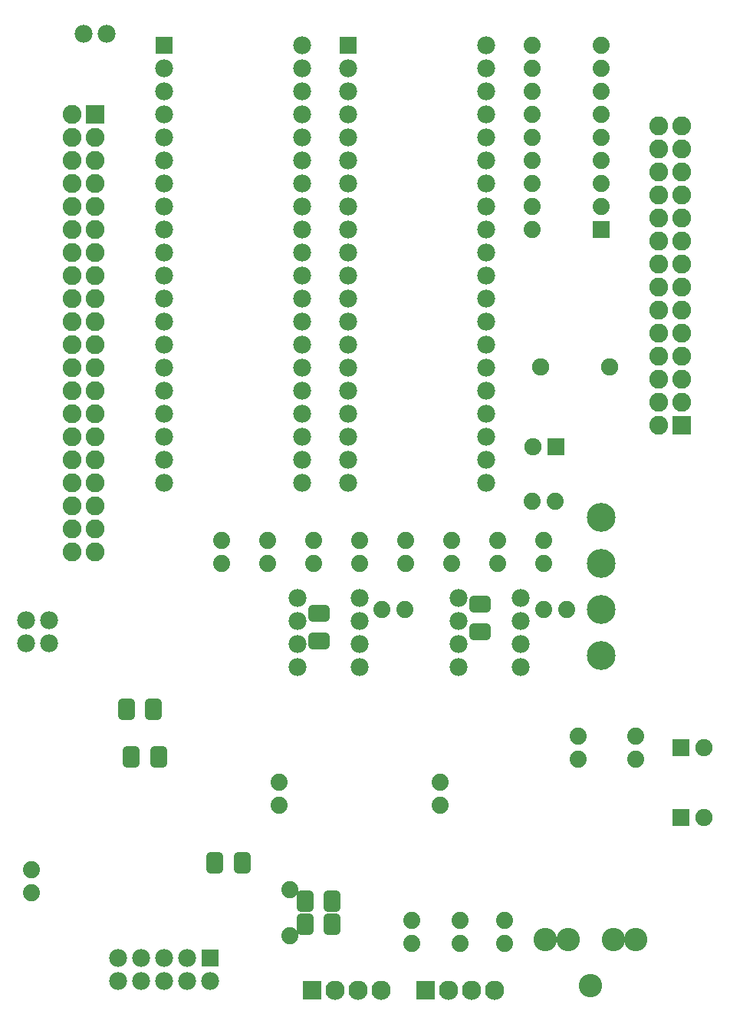
<source format=gbs>
G04*
G04  File:            TURBOFMPRO_B.GBS, Thu Nov 11 21:08:36 2021*
G04  Source:          P-CAD 2006 PCB, Version 19.02.958, (Z:\home\lvd\d\turbofmpro\pcad\TurboFMpro_b.pcb)*
G04  Format:          Gerber Format (RS-274-D), ASCII*
G04*
G04  Format Options:  Absolute Positioning*
G04                   Leading-Zero Suppression*
G04                   Scale Factor 1:1*
G04                   NO Circular Interpolation*
G04                   Millimeter Units*
G04                   Numeric Format: 4.4 (XXXX.XXXX)*
G04                   G54 NOT Used for Aperture Change*
G04                   Apertures Embedded*
G04*
G04  File Options:    Offset = (0.000mm,0.000mm)*
G04                   Drill Symbol Size = 2.032mm*
G04                   No Pad/Via Holes*
G04*
G04  File Contents:   Pads*
G04                   No Vias*
G04                   No Designators*
G04                   No Types*
G04                   No Values*
G04                   No Drill Symbols*
G04                   Bot Mask*
G04*
%INTURBOFMPRO_B.GBS*%
%ICAS*%
%MOMM*%
G04*
G04  Aperture MACROs for general use --- invoked via D-code assignment *
G04*
G04  General MACRO for flashed round with rotation and/or offset hole *
%AMROTOFFROUND*
1,1,$1,0.0000,0.0000*
1,0,$2,$3,$4*%
G04*
G04  General MACRO for flashed oval (obround) with rotation and/or offset hole *
%AMROTOFFOVAL*
21,1,$1,$2,0.0000,0.0000,$3*
1,1,$4,$5,$6*
1,1,$4,0-$5,0-$6*
1,0,$7,$8,$9*%
G04*
G04  General MACRO for flashed oval (obround) with rotation and no hole *
%AMROTOVALNOHOLE*
21,1,$1,$2,0.0000,0.0000,$3*
1,1,$4,$5,$6*
1,1,$4,0-$5,0-$6*%
G04*
G04  General MACRO for flashed rectangle with rotation and/or offset hole *
%AMROTOFFRECT*
21,1,$1,$2,0.0000,0.0000,$3*
1,0,$4,$5,$6*%
G04*
G04  General MACRO for flashed rectangle with rotation and no hole *
%AMROTRECTNOHOLE*
21,1,$1,$2,0.0000,0.0000,$3*%
G04*
G04  General MACRO for flashed rounded-rectangle *
%AMROUNDRECT*
21,1,$1,$2-$4,0.0000,0.0000,$3*
21,1,$1-$4,$2,0.0000,0.0000,$3*
1,1,$4,$5,$6*
1,1,$4,$7,$8*
1,1,$4,0-$5,0-$6*
1,1,$4,0-$7,0-$8*
1,0,$9,$10,$11*%
G04*
G04  General MACRO for flashed rounded-rectangle with rotation and no hole *
%AMROUNDRECTNOHOLE*
21,1,$1,$2-$4,0.0000,0.0000,$3*
21,1,$1-$4,$2,0.0000,0.0000,$3*
1,1,$4,$5,$6*
1,1,$4,$7,$8*
1,1,$4,0-$5,0-$6*
1,1,$4,0-$7,0-$8*%
G04*
G04  General MACRO for flashed regular polygon *
%AMREGPOLY*
5,1,$1,0.0000,0.0000,$2,$3+$4*
1,0,$5,$6,$7*%
G04*
G04  General MACRO for flashed regular polygon with no hole *
%AMREGPOLYNOHOLE*
5,1,$1,0.0000,0.0000,$2,$3+$4*%
G04*
G04  General MACRO for target *
%AMTARGET*
6,0,0,$1,$2,$3,4,$4,$5,$6*%
G04*
G04  General MACRO for mounting hole *
%AMMTHOLE*
1,1,$1,0,0*
1,0,$2,0,0*
$1=$1-$2*
$1=$1/2*
21,1,$2+$1,$3,0,0,$4*
21,1,$3,$2+$1,0,0,$4*%
G04*
G04*
G04  D10 : "Ellipse X0.254mm Y0.254mm H0.000mm 0.0deg (0.000mm,0.000mm) Draw"*
G04  Disc: OuterDia=0.2540*
%ADD10C, 0.2540*%
G04  D11 : "Ellipse X0.381mm Y0.381mm H0.000mm 0.0deg (0.000mm,0.000mm) Draw"*
G04  Disc: OuterDia=0.3810*
%ADD11C, 0.3810*%
G04  D12 : "Ellipse X0.500mm Y0.500mm H0.000mm 0.0deg (0.000mm,0.000mm) Draw"*
G04  Disc: OuterDia=0.5000*
%ADD12C, 0.5000*%
G04  D13 : "Ellipse X0.100mm Y0.100mm H0.000mm 0.0deg (0.000mm,0.000mm) Draw"*
G04  Disc: OuterDia=0.1000*
%ADD13C, 0.1000*%
G04  D14 : "Ellipse X1.000mm Y1.000mm H0.000mm 0.0deg (0.000mm,0.000mm) Draw"*
G04  Disc: OuterDia=1.0000*
%ADD14C, 1.0000*%
G04  D15 : "Ellipse X0.127mm Y0.127mm H0.000mm 0.0deg (0.000mm,0.000mm) Draw"*
G04  Disc: OuterDia=0.1270*
%ADD15C, 0.1270*%
G04  D16 : "Ellipse X0.150mm Y0.150mm H0.000mm 0.0deg (0.000mm,0.000mm) Draw"*
G04  Disc: OuterDia=0.1500*
%ADD16C, 0.1500*%
G04  D17 : "Ellipse X0.200mm Y0.200mm H0.000mm 0.0deg (0.000mm,0.000mm) Draw"*
G04  Disc: OuterDia=0.2000*
%ADD17C, 0.2000*%
G04  D18 : "Ellipse X0.250mm Y0.250mm H0.000mm 0.0deg (0.000mm,0.000mm) Draw"*
G04  Disc: OuterDia=0.2500*
%ADD18C, 0.2500*%
G04  D19 : "Ellipse X2.581mm Y2.581mm H0.000mm 0.0deg (0.000mm,0.000mm) Flash"*
G04  Disc: OuterDia=2.5810*
%ADD19C, 2.5810*%
G04  D20 : "Ellipse X2.800mm Y2.800mm H0.000mm 0.0deg (0.000mm,0.000mm) Flash"*
G04  Disc: OuterDia=2.8000*
%ADD20C, 2.8000*%
G04  D21 : "Ellipse X3.181mm Y3.181mm H0.000mm 0.0deg (0.000mm,0.000mm) Flash"*
G04  Disc: OuterDia=3.1810*
%ADD21C, 3.1810*%
G04  D22 : "Ellipse X1.500mm Y1.500mm H0.000mm 0.0deg (0.000mm,0.000mm) Flash"*
G04  Disc: OuterDia=1.5000*
%ADD22C, 1.5000*%
G04  D23 : "Ellipse X1.524mm Y1.524mm H0.000mm 0.0deg (0.000mm,0.000mm) Flash"*
G04  Disc: OuterDia=1.5240*
%ADD23C, 1.5240*%
G04  D24 : "Ellipse X1.600mm Y1.600mm H0.000mm 0.0deg (0.000mm,0.000mm) Flash"*
G04  Disc: OuterDia=1.6000*
%ADD24C, 1.6000*%
G04  D25 : "Ellipse X1.700mm Y1.700mm H0.000mm 0.0deg (0.000mm,0.000mm) Flash"*
G04  Disc: OuterDia=1.7000*
%ADD25C, 1.7000*%
G04  D26 : "Ellipse X1.750mm Y1.750mm H0.000mm 0.0deg (0.000mm,0.000mm) Flash"*
G04  Disc: OuterDia=1.7500*
%ADD26C, 1.7500*%
G04  D27 : "Ellipse X1.881mm Y1.881mm H0.000mm 0.0deg (0.000mm,0.000mm) Flash"*
G04  Disc: OuterDia=1.8810*
%ADD27C, 1.8810*%
G04  D28 : "Ellipse X1.905mm Y1.905mm H0.000mm 0.0deg (0.000mm,0.000mm) Flash"*
G04  Disc: OuterDia=1.9050*
%ADD28C, 1.9050*%
G04  D29 : "Ellipse X1.981mm Y1.981mm H0.000mm 0.0deg (0.000mm,0.000mm) Flash"*
G04  Disc: OuterDia=1.9810*
%ADD29C, 1.9810*%
G04  D30 : "Ellipse X2.081mm Y2.081mm H0.000mm 0.0deg (0.000mm,0.000mm) Flash"*
G04  Disc: OuterDia=2.0810*
%ADD30C, 2.0810*%
G04  D31 : "Ellipse X2.131mm Y2.131mm H0.000mm 0.0deg (0.000mm,0.000mm) Flash"*
G04  Disc: OuterDia=2.1310*
%ADD31C, 2.1310*%
G04  D32 : "Ellipse X2.200mm Y2.200mm H0.000mm 0.0deg (0.000mm,0.000mm) Flash"*
G04  Disc: OuterDia=2.2000*
%ADD32C, 2.2000*%
G04  D33 : "Rounded Rectangle X2.800mm Y7.000mm H0.000mm 0.0deg (0.000mm,0.000mm) Flash"*
G04  RoundRct: DimX=2.8000, DimY=7.0000, CornerRad=0.7000, Rotation=0.0, OffsetX=0.0000, OffsetY=0.0000, HoleDia=0.0000 *
%ADD33ROUNDRECTNOHOLE, 2.8000 X7.0000 X0.0 X1.4000 X-0.7000 X-2.8000 X-0.7000 X2.8000*%
G04  D34 : "Rounded Rectangle X3.000mm Y1.600mm H0.000mm 0.0deg (0.000mm,0.000mm) Flash"*
G04  RoundRct: DimX=3.0000, DimY=1.6000, CornerRad=0.4000, Rotation=0.0, OffsetX=0.0000, OffsetY=0.0000, HoleDia=0.0000 *
%ADD34ROUNDRECTNOHOLE, 3.0000 X1.6000 X0.0 X0.8000 X-1.1000 X-0.4000 X-1.1000 X0.4000*%
G04  D35 : "Rounded Rectangle X3.181mm Y7.381mm H0.000mm 0.0deg (0.000mm,0.000mm) Flash"*
G04  RoundRct: DimX=3.1810, DimY=7.3810, CornerRad=0.7953, Rotation=0.0, OffsetX=0.0000, OffsetY=0.0000, HoleDia=0.0000 *
%ADD35ROUNDRECTNOHOLE, 3.1810 X7.3810 X0.0 X1.5905 X-0.7953 X-2.8952 X-0.7953 X2.8952*%
G04  D36 : "Rounded Rectangle X3.381mm Y1.981mm H0.000mm 0.0deg (0.000mm,0.000mm) Flash"*
G04  RoundRct: DimX=3.3810, DimY=1.9810, CornerRad=0.4953, Rotation=0.0, OffsetX=0.0000, OffsetY=0.0000, HoleDia=0.0000 *
%ADD36ROUNDRECTNOHOLE, 3.3810 X1.9810 X0.0 X0.9905 X-1.1953 X-0.4953 X-1.1953 X0.4953*%
G04  D37 : "Rounded Rectangle X6.200mm Y5.800mm H0.000mm 0.0deg (0.000mm,0.000mm) Flash"*
G04  RoundRct: DimX=6.2000, DimY=5.8000, CornerRad=1.4500, Rotation=0.0, OffsetX=0.0000, OffsetY=0.0000, HoleDia=0.0000 *
%ADD37ROUNDRECTNOHOLE, 6.2000 X5.8000 X0.0 X2.9000 X-1.6500 X-1.4500 X-1.6500 X1.4500*%
G04  D38 : "Rounded Rectangle X6.581mm Y6.181mm H0.000mm 0.0deg (0.000mm,0.000mm) Flash"*
G04  RoundRct: DimX=6.5810, DimY=6.1810, CornerRad=1.5453, Rotation=0.0, OffsetX=0.0000, OffsetY=0.0000, HoleDia=0.0000 *
%ADD38ROUNDRECTNOHOLE, 6.5810 X6.1810 X0.0 X3.0905 X-1.7453 X-1.5453 X-1.7453 X1.5453*%
G04  D39 : "Rounded Rectangle X0.635mm Y1.270mm H0.000mm 0.0deg (0.000mm,0.000mm) Flash"*
G04  RoundRct: DimX=0.6350, DimY=1.2700, CornerRad=0.1588, Rotation=0.0, OffsetX=0.0000, OffsetY=0.0000, HoleDia=0.0000 *
%ADD39ROUNDRECTNOHOLE, 0.6350 X1.2700 X0.0 X0.3175 X-0.1588 X-0.4763 X-0.1588 X0.4763*%
G04  D40 : "Rounded Rectangle X1.500mm Y2.000mm H0.000mm 0.0deg (0.000mm,0.000mm) Flash"*
G04  RoundRct: DimX=1.5000, DimY=2.0000, CornerRad=0.3750, Rotation=0.0, OffsetX=0.0000, OffsetY=0.0000, HoleDia=0.0000 *
%ADD40ROUNDRECTNOHOLE, 1.5000 X2.0000 X0.0 X0.7500 X-0.3750 X-0.6250 X-0.3750 X0.6250*%
G04  D41 : "Rounded Rectangle X2.000mm Y1.500mm H0.000mm 0.0deg (0.000mm,0.000mm) Flash"*
G04  RoundRct: DimX=2.0000, DimY=1.5000, CornerRad=0.3750, Rotation=0.0, OffsetX=0.0000, OffsetY=0.0000, HoleDia=0.0000 *
%ADD41ROUNDRECTNOHOLE, 2.0000 X1.5000 X0.0 X0.7500 X-0.6250 X-0.3750 X-0.6250 X0.3750*%
G04  D42 : "Rounded Rectangle X1.600mm Y0.300mm H0.000mm 0.0deg (0.000mm,0.000mm) Flash"*
G04  RoundRct: DimX=1.6000, DimY=0.3000, CornerRad=0.0750, Rotation=0.0, OffsetX=0.0000, OffsetY=0.0000, HoleDia=0.0000 *
%ADD42ROUNDRECTNOHOLE, 1.6000 X0.3000 X0.0 X0.1500 X-0.7250 X-0.0750 X-0.7250 X0.0750*%
G04  D43 : "Rounded Rectangle X0.300mm Y1.600mm H0.000mm 0.0deg (0.000mm,0.000mm) Flash"*
G04  RoundRct: DimX=0.3000, DimY=1.6000, CornerRad=0.0750, Rotation=0.0, OffsetX=0.0000, OffsetY=0.0000, HoleDia=0.0000 *
%ADD43ROUNDRECTNOHOLE, 0.3000 X1.6000 X0.0 X0.1500 X-0.0750 X-0.7250 X-0.0750 X0.7250*%
G04  D44 : "Rounded Rectangle X1.016mm Y1.651mm H0.000mm 0.0deg (0.000mm,0.000mm) Flash"*
G04  RoundRct: DimX=1.0160, DimY=1.6510, CornerRad=0.2540, Rotation=0.0, OffsetX=0.0000, OffsetY=0.0000, HoleDia=0.0000 *
%ADD44ROUNDRECTNOHOLE, 1.0160 X1.6510 X0.0 X0.5080 X-0.2540 X-0.5715 X-0.2540 X0.5715*%
G04  D45 : "Rounded Rectangle X1.881mm Y2.381mm H0.000mm 0.0deg (0.000mm,0.000mm) Flash"*
G04  RoundRct: DimX=1.8810, DimY=2.3810, CornerRad=0.4703, Rotation=0.0, OffsetX=0.0000, OffsetY=0.0000, HoleDia=0.0000 *
%ADD45ROUNDRECTNOHOLE, 1.8810 X2.3810 X0.0 X0.9405 X-0.4703 X-0.7203 X-0.4703 X0.7203*%
G04  D46 : "Rounded Rectangle X2.381mm Y1.881mm H0.000mm 0.0deg (0.000mm,0.000mm) Flash"*
G04  RoundRct: DimX=2.3810, DimY=1.8810, CornerRad=0.4703, Rotation=0.0, OffsetX=0.0000, OffsetY=0.0000, HoleDia=0.0000 *
%ADD46ROUNDRECTNOHOLE, 2.3810 X1.8810 X0.0 X0.9405 X-0.7203 X-0.4703 X-0.7203 X0.4703*%
G04  D47 : "Rounded Rectangle X1.981mm Y0.681mm H0.000mm 0.0deg (0.000mm,0.000mm) Flash"*
G04  RoundRct: DimX=1.9810, DimY=0.6810, CornerRad=0.1703, Rotation=0.0, OffsetX=0.0000, OffsetY=0.0000, HoleDia=0.0000 *
%ADD47ROUNDRECTNOHOLE, 1.9810 X0.6810 X0.0 X0.3405 X-0.8203 X-0.1703 X-0.8203 X0.1703*%
G04  D48 : "Rounded Rectangle X0.681mm Y1.981mm H0.000mm 0.0deg (0.000mm,0.000mm) Flash"*
G04  RoundRct: DimX=0.6810, DimY=1.9810, CornerRad=0.1703, Rotation=0.0, OffsetX=0.0000, OffsetY=0.0000, HoleDia=0.0000 *
%ADD48ROUNDRECTNOHOLE, 0.6810 X1.9810 X0.0 X0.3405 X-0.1703 X-0.8203 X-0.1703 X0.8203*%
G04  D49 : "Rounded Rectangle X2.000mm Y2.000mm H0.000mm 0.0deg (0.000mm,0.000mm) Flash"*
G04  RoundRct: DimX=2.0000, DimY=2.0000, CornerRad=0.5000, Rotation=0.0, OffsetX=0.0000, OffsetY=0.0000, HoleDia=0.0000 *
%ADD49ROUNDRECTNOHOLE, 2.0000 X2.0000 X0.0 X1.0000 X-0.5000 X-0.5000 X-0.5000 X0.5000*%
G04  D50 : "Rounded Rectangle X2.032mm Y0.660mm H0.000mm 0.0deg (0.000mm,0.000mm) Flash"*
G04  RoundRct: DimX=2.0320, DimY=0.6604, CornerRad=0.1651, Rotation=0.0, OffsetX=0.0000, OffsetY=0.0000, HoleDia=0.0000 *
%ADD50ROUNDRECTNOHOLE, 2.0320 X0.6604 X0.0 X0.3302 X-0.8509 X-0.1651 X-0.8509 X0.1651*%
G04  D51 : "Rounded Rectangle X0.660mm Y2.032mm H0.000mm 0.0deg (0.000mm,0.000mm) Flash"*
G04  RoundRct: DimX=0.6604, DimY=2.0320, CornerRad=0.1651, Rotation=0.0, OffsetX=0.0000, OffsetY=0.0000, HoleDia=0.0000 *
%ADD51ROUNDRECTNOHOLE, 0.6604 X2.0320 X0.0 X0.3302 X-0.1651 X-0.8509 X-0.1651 X0.8509*%
G04  D52 : "Rounded Rectangle X2.381mm Y2.381mm H0.000mm 0.0deg (0.000mm,0.000mm) Flash"*
G04  RoundRct: DimX=2.3810, DimY=2.3810, CornerRad=0.5953, Rotation=0.0, OffsetX=0.0000, OffsetY=0.0000, HoleDia=0.0000 *
%ADD52ROUNDRECTNOHOLE, 2.3810 X2.3810 X0.0 X1.1905 X-0.5953 X-0.5953 X-0.5953 X0.5953*%
G04  D53 : "Rounded Rectangle X2.413mm Y1.041mm H0.000mm 0.0deg (0.000mm,0.000mm) Flash"*
G04  RoundRct: DimX=2.4130, DimY=1.0414, CornerRad=0.2604, Rotation=0.0, OffsetX=0.0000, OffsetY=0.0000, HoleDia=0.0000 *
%ADD53ROUNDRECTNOHOLE, 2.4130 X1.0414 X0.0 X0.5207 X-0.9462 X-0.2604 X-0.9462 X0.2604*%
G04  D54 : "Rounded Rectangle X1.041mm Y2.413mm H0.000mm 0.0deg (0.000mm,0.000mm) Flash"*
G04  RoundRct: DimX=1.0414, DimY=2.4130, CornerRad=0.2604, Rotation=0.0, OffsetX=0.0000, OffsetY=0.0000, HoleDia=0.0000 *
%ADD54ROUNDRECTNOHOLE, 1.0414 X2.4130 X0.0 X0.5207 X-0.2604 X-0.9462 X-0.2604 X0.9462*%
G04  D55 : "Rectangle X1.500mm Y1.500mm H0.000mm 0.0deg (0.000mm,0.000mm) Flash"*
G04  Square: Side=1.5000, Rotation=0.0, OffsetX=0.0000, OffsetY=0.0000, HoleDia=0.0000*
%ADD55R, 1.5000 X1.5000*%
G04  D56 : "Rectangle X1.524mm Y1.524mm H0.000mm 0.0deg (0.000mm,0.000mm) Flash"*
G04  Square: Side=1.5240, Rotation=0.0, OffsetX=0.0000, OffsetY=0.0000, HoleDia=0.0000*
%ADD56R, 1.5240 X1.5240*%
G04  D57 : "Rectangle X1.600mm Y1.600mm H0.000mm 0.0deg (0.000mm,0.000mm) Flash"*
G04  Square: Side=1.6000, Rotation=0.0, OffsetX=0.0000, OffsetY=0.0000, HoleDia=0.0000*
%ADD57R, 1.6000 X1.6000*%
G04  D58 : "Rectangle X1.700mm Y1.700mm H0.000mm 0.0deg (0.000mm,0.000mm) Flash"*
G04  Square: Side=1.7000, Rotation=0.0, OffsetX=0.0000, OffsetY=0.0000, HoleDia=0.0000*
%ADD58R, 1.7000 X1.7000*%
G04  D59 : "Rectangle X1.750mm Y1.750mm H0.000mm 0.0deg (0.000mm,0.000mm) Flash"*
G04  Square: Side=1.7500, Rotation=0.0, OffsetX=0.0000, OffsetY=0.0000, HoleDia=0.0000*
%ADD59R, 1.7500 X1.7500*%
G04  D60 : "Rectangle X1.881mm Y1.881mm H0.000mm 0.0deg (0.000mm,0.000mm) Flash"*
G04  Square: Side=1.8810, Rotation=0.0, OffsetX=0.0000, OffsetY=0.0000, HoleDia=0.0000*
%ADD60R, 1.8810 X1.8810*%
G04  D61 : "Rectangle X1.905mm Y1.905mm H0.000mm 0.0deg (0.000mm,0.000mm) Flash"*
G04  Square: Side=1.9050, Rotation=0.0, OffsetX=0.0000, OffsetY=0.0000, HoleDia=0.0000*
%ADD61R, 1.9050 X1.9050*%
G04  D62 : "Rectangle X1.981mm Y1.981mm H0.000mm 0.0deg (0.000mm,0.000mm) Flash"*
G04  Square: Side=1.9810, Rotation=0.0, OffsetX=0.0000, OffsetY=0.0000, HoleDia=0.0000*
%ADD62R, 1.9810 X1.9810*%
G04  D63 : "Rectangle X2.081mm Y2.081mm H0.000mm 0.0deg (0.000mm,0.000mm) Flash"*
G04  Square: Side=2.0810, Rotation=0.0, OffsetX=0.0000, OffsetY=0.0000, HoleDia=0.0000*
%ADD63R, 2.0810 X2.0810*%
G04  D64 : "Rectangle X2.131mm Y2.131mm H0.000mm 0.0deg (0.000mm,0.000mm) Flash"*
G04  Square: Side=2.1310, Rotation=0.0, OffsetX=0.0000, OffsetY=0.0000, HoleDia=0.0000*
%ADD64R, 2.1310 X2.1310*%
G04  D65 : "Ellipse X2.900mm Y2.900mm H0.000mm 0.0deg (0.000mm,0.000mm) Flash"*
G04  Disc: OuterDia=2.9000*
%ADD65C, 2.9000*%
G04  D66 : "Ellipse X3.281mm Y3.281mm H0.000mm 0.0deg (0.000mm,0.000mm) Flash"*
G04  Disc: OuterDia=3.2810*
%ADD66C, 3.2810*%
G04  D67 : "Ellipse X4.500mm Y4.500mm H0.000mm 0.0deg (0.000mm,0.000mm) Flash"*
G04  Disc: OuterDia=4.5000*
%ADD67C, 4.5000*%
G04  D68 : "Ellipse X4.881mm Y4.881mm H0.000mm 0.0deg (0.000mm,0.000mm) Flash"*
G04  Disc: OuterDia=4.8810*
%ADD68C, 4.8810*%
G04  D69 : "Ellipse X1.016mm Y1.016mm H0.000mm 0.0deg (0.000mm,0.000mm) Flash"*
G04  Disc: OuterDia=1.0160*
%ADD69C, 1.0160*%
G04  D70 : "Ellipse X1.397mm Y1.397mm H0.000mm 0.0deg (0.000mm,0.000mm) Flash"*
G04  Disc: OuterDia=1.3970*
%ADD70C, 1.3970*%
G04*
%FSLAX44Y44*%
%SFA1B1*%
%OFA0.000B0.000*%
G04*
G71*
G90*
G01*
D2*
%LNBot Mask*%
D27*
X2190000Y792300D3*
Y817700D3*
D45*
X2330240Y942500D3*
X2300240D3*
X2422740Y825000D3*
X2392740D3*
D27*
X2400300Y1181100D3*
Y1155700D3*
D29*
X2484120Y1041400D3*
Y1117600D3*
Y1092200D3*
D27*
X2451100Y1181100D3*
Y1155700D3*
D29*
X2552700Y1041400D3*
Y1117600D3*
Y1092200D3*
D27*
Y1181100D3*
Y1155700D3*
X2603500Y1181100D3*
Y1155700D3*
D29*
X2730500Y1041400D3*
D46*
X2685000Y1110240D3*
Y1080240D3*
D29*
X2730500Y1117600D3*
Y1092200D3*
D27*
X2705100Y1181100D3*
Y1155700D3*
X2794000Y965200D3*
Y939800D3*
X2755900Y1181100D3*
Y1155700D3*
X2857500Y965200D3*
Y939800D3*
X2475000Y795800D3*
Y745000D3*
X2463800Y914400D3*
Y889000D3*
D29*
X2484120Y1066800D3*
X2552700D3*
D27*
X2641600Y914400D3*
Y889000D3*
X2610000Y761700D3*
Y736300D3*
X2712200Y736600D3*
Y762000D3*
D29*
X2730500Y1066800D3*
D45*
X2492260Y782500D3*
X2522260D3*
D29*
X2661920Y1041400D3*
Y1117600D3*
Y1092200D3*
D27*
X2577300Y1105000D3*
X2602700D3*
X2654300Y1181100D3*
Y1155700D3*
X2501900Y1181100D3*
Y1155700D3*
D28*
X2932500Y875000D3*
D61*
X2907500D3*
D28*
X2932500Y952500D3*
D61*
X2907500D3*
D62*
X2387500Y720000D3*
D29*
Y694600D3*
X2285900D3*
Y720000D3*
X2311300D3*
Y694600D3*
X2336700Y720000D3*
Y694600D3*
X2362100Y720000D3*
Y694600D3*
D45*
X2294760Y995000D3*
X2324760D3*
D29*
X2247900Y1739900D3*
X2273300D3*
D64*
X2625000Y685000D3*
D31*
X2650400D3*
X2701200D3*
X2675800D3*
D64*
X2500000D3*
D31*
X2525400D3*
X2576200D3*
X2550800D3*
D27*
X2663000Y761700D3*
Y736300D3*
D45*
X2492260Y757500D3*
X2522260D3*
D46*
X2507500Y1100240D3*
Y1070240D3*
D29*
X2661920Y1066800D3*
D21*
X2819400Y1155700D3*
Y1104900D3*
Y1206500D3*
Y1054100D3*
D30*
X2260600Y1168400D3*
Y1244600D3*
Y1219200D3*
Y1320800D3*
Y1295400D3*
Y1397000D3*
Y1371600D3*
Y1473200D3*
Y1447800D3*
Y1549400D3*
Y1524000D3*
Y1625600D3*
Y1600200D3*
Y1422400D3*
Y1346200D3*
Y1270000D3*
Y1193800D3*
Y1574800D3*
Y1498600D3*
D63*
Y1651000D3*
D30*
X2235200Y1168400D3*
Y1219200D3*
Y1244600D3*
Y1295400D3*
Y1320800D3*
Y1371600D3*
Y1397000D3*
Y1447800D3*
Y1473200D3*
Y1549400D3*
Y1524000D3*
Y1625600D3*
Y1600200D3*
Y1193800D3*
Y1270000D3*
Y1346200D3*
Y1422400D3*
Y1498600D3*
Y1574800D3*
Y1651000D3*
D29*
X2540000Y1244600D3*
Y1320800D3*
Y1295400D3*
Y1397000D3*
Y1371600D3*
Y1473200D3*
Y1447800D3*
Y1549400D3*
Y1524000D3*
Y1625600D3*
Y1600200D3*
Y1676400D3*
Y1701800D3*
X2692400Y1244600D3*
Y1320800D3*
Y1295400D3*
Y1397000D3*
Y1371600D3*
Y1473200D3*
Y1447800D3*
Y1549400D3*
Y1524000D3*
Y1625600D3*
Y1600200D3*
Y1701800D3*
Y1676400D3*
X2540000Y1498600D3*
Y1422400D3*
Y1346200D3*
Y1270000D3*
D61*
Y1727200D3*
D29*
Y1651000D3*
Y1574800D3*
X2692400Y1498600D3*
Y1422400D3*
Y1346200D3*
Y1270000D3*
Y1727200D3*
Y1651000D3*
Y1574800D3*
D30*
X2882900Y1638300D3*
Y1562100D3*
Y1587500D3*
Y1485900D3*
Y1511300D3*
Y1435100D3*
Y1409700D3*
Y1358900D3*
Y1333500D3*
Y1612900D3*
Y1536700D3*
Y1460500D3*
Y1384300D3*
Y1308100D3*
X2908300Y1638300D3*
Y1562100D3*
Y1587500D3*
Y1485900D3*
Y1511300D3*
Y1409700D3*
Y1435100D3*
Y1333500D3*
Y1358900D3*
Y1612900D3*
Y1536700D3*
Y1460500D3*
Y1384300D3*
D63*
Y1308100D3*
D29*
X2184400Y1092400D3*
X2209800D3*
D27*
X2755900Y1104900D3*
X2781300D3*
D29*
X2184400Y1067000D3*
X2209800D3*
D27*
X2768700Y1224000D3*
X2743300D3*
D28*
X2828000Y1372000D3*
X2751800D3*
X2743600Y1284000D3*
D61*
X2769000D3*
D19*
X2857500Y740400D3*
X2832500D3*
X2782500D3*
X2757500D3*
X2807500Y690000D3*
D27*
X2819400Y1701800D3*
Y1727200D3*
X2743200D3*
Y1701800D3*
X2819400Y1625600D3*
Y1651000D3*
X2743200D3*
Y1625600D3*
X2819400Y1549400D3*
Y1574800D3*
X2743200D3*
Y1549400D3*
X2819400Y1600200D3*
Y1676400D3*
X2743200D3*
Y1600200D3*
Y1524000D3*
D60*
X2819400D3*
D29*
X2336800Y1244600D3*
Y1320800D3*
Y1295400D3*
Y1397000D3*
Y1371600D3*
Y1473200D3*
Y1447800D3*
Y1549400D3*
Y1524000D3*
Y1625600D3*
Y1600200D3*
Y1676400D3*
Y1701800D3*
X2489200Y1244600D3*
Y1320800D3*
Y1295400D3*
Y1397000D3*
Y1371600D3*
Y1473200D3*
Y1447800D3*
Y1549400D3*
Y1524000D3*
Y1625600D3*
Y1600200D3*
Y1701800D3*
Y1676400D3*
X2336800Y1498600D3*
Y1422400D3*
Y1346200D3*
Y1270000D3*
D61*
Y1727200D3*
D29*
Y1651000D3*
Y1574800D3*
X2489200Y1498600D3*
Y1422400D3*
Y1346200D3*
Y1270000D3*
Y1727200D3*
Y1651000D3*
Y1574800D3*
D02M02*

</source>
